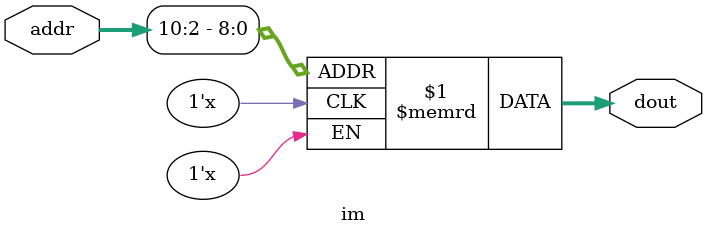
<source format=v>

module im(input  [31:0]  addr,
            output [31:0] dout );

  //reg  [31:0] ROM[127:0];
  reg  [31:0] RAM[1023:0];


  //assign dout = ROM[addr]; // word aligned
  assign dout = RAM[addr[10:2]];
endmodule  

</source>
